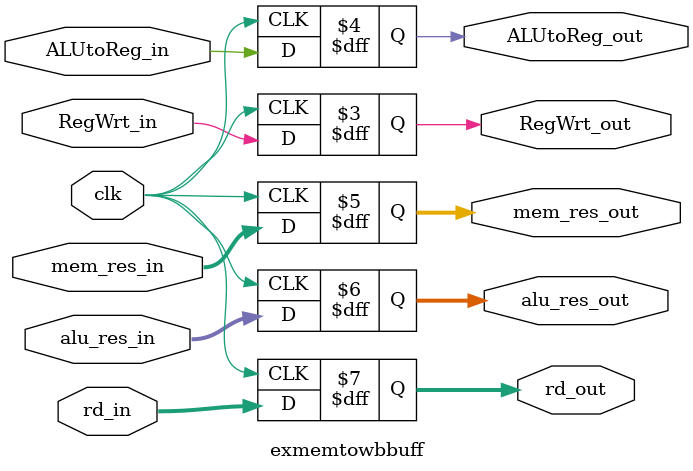
<source format=v>
`timescale 1ns / 1ps


module exmemtowbbuff(clk, RegWrt_in, ALUtoReg_in, mem_res_in, alu_res_in, rd_in, RegWrt_out, ALUtoReg_out, mem_res_out, alu_res_out, rd_out);

input RegWrt_in, ALUtoReg_in;
input [31:0] mem_res_in, alu_res_in;
input [5:0] rd_in;
input clk;

output reg RegWrt_out, ALUtoReg_out;
output reg [31:0] mem_res_out, alu_res_out;
output reg [5:0] rd_out;

initial
begin
    RegWrt_out = 0;
    ALUtoReg_out = 0;
    
    mem_res_out = 0;
    alu_res_out = 0;

    rd_out = 0;
end

always@(posedge clk)
begin
    //WB Stage
    RegWrt_out = RegWrt_in;
    ALUtoReg_out = ALUtoReg_in;
    
    // Results from ALU output and Memory Read Data
    mem_res_out = mem_res_in;
    alu_res_out = alu_res_in;
    
    // Write register address
    rd_out = rd_in;
end

endmodule
</source>
